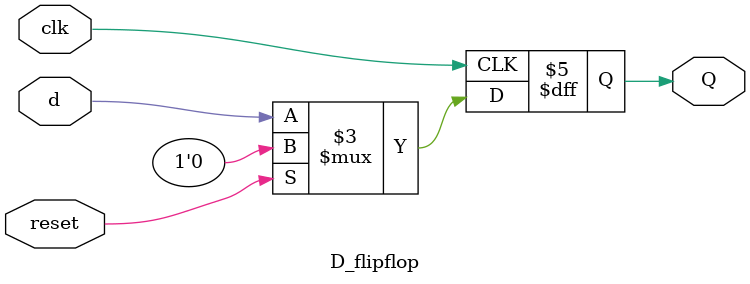
<source format=v>
module D_flipflop(
input d, clk,reset,
output reg Q
);
always@(posedge clk) begin 
if(reset) Q<= 1'b0;

else Q<=d ;
  
end
endmodule 
</source>
